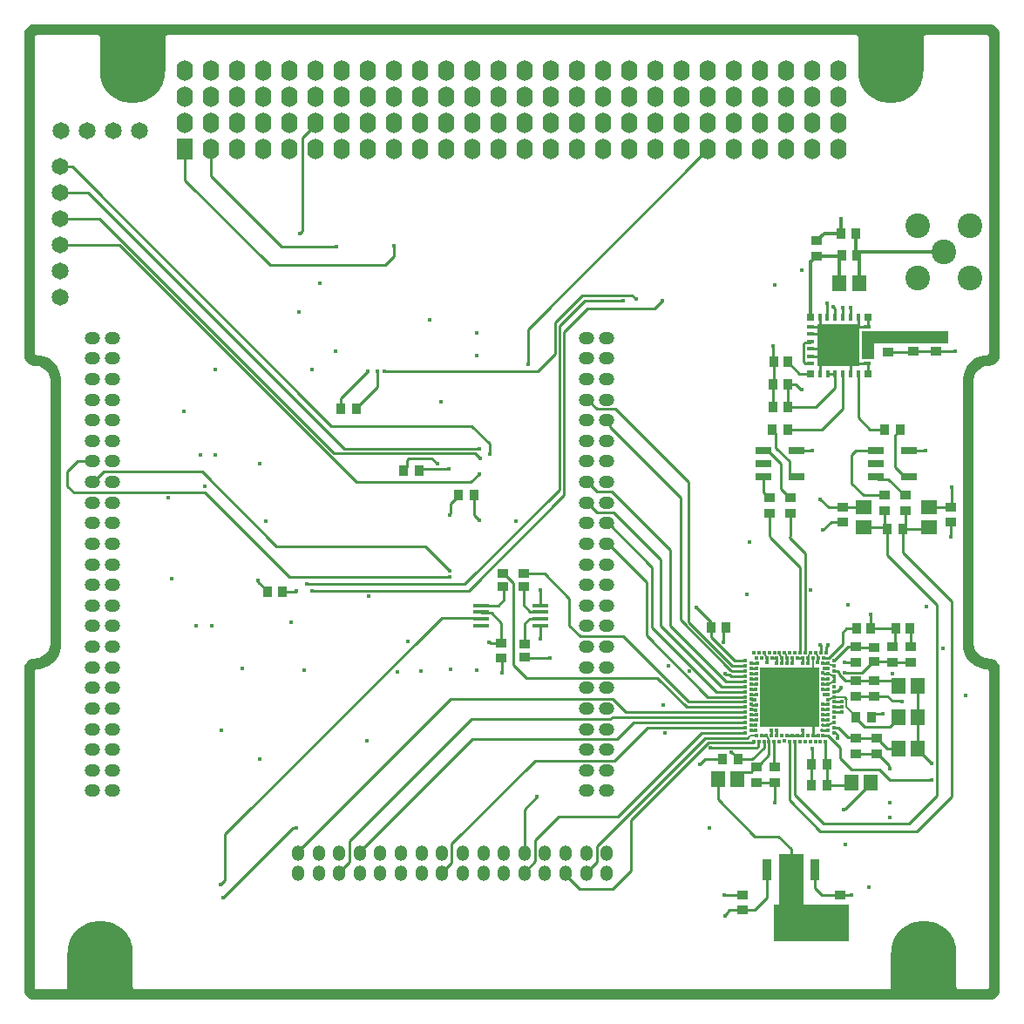
<source format=gtl>
G04*
G04 #@! TF.GenerationSoftware,Altium Limited,Altium Designer,21.0.8 (223)*
G04*
G04 Layer_Physical_Order=1*
G04 Layer_Color=255*
%FSLAX25Y25*%
%MOIN*%
G70*
G04*
G04 #@! TF.SameCoordinates,8C76C3ED-8D82-4A5C-AC10-AB376F5EDEF7*
G04*
G04*
G04 #@! TF.FilePolarity,Positive*
G04*
G01*
G75*
%ADD10C,0.00787*%
%ADD13C,0.01000*%
%ADD15C,0.00800*%
%ADD16R,0.03740X0.04134*%
%ADD17R,0.12795X0.08465*%
%ADD18R,0.04134X0.03740*%
%ADD19R,0.03740X0.08465*%
%ADD20R,0.06496X0.02992*%
%ADD21R,0.01575X0.03150*%
%ADD22R,0.02953X0.03150*%
%ADD23R,0.03150X0.01575*%
%ADD24R,0.03445X0.03445*%
%ADD25R,0.01170X0.01170*%
%ADD26R,0.01170X0.01770*%
%ADD27R,0.01770X0.01170*%
%ADD28R,0.01170X0.01170*%
%ADD29R,0.01170X0.01770*%
%ADD30R,0.22835X0.22835*%
%ADD31R,0.05472X0.06181*%
G04:AMPARAMS|DCode=32|XSize=61.81mil|YSize=16.14mil|CornerRadius=2.02mil|HoleSize=0mil|Usage=FLASHONLY|Rotation=180.000|XOffset=0mil|YOffset=0mil|HoleType=Round|Shape=RoundedRectangle|*
%AMROUNDEDRECTD32*
21,1,0.06181,0.01211,0,0,180.0*
21,1,0.05778,0.01614,0,0,180.0*
1,1,0.00404,-0.02889,0.00605*
1,1,0.00404,0.02889,0.00605*
1,1,0.00404,0.02889,-0.00605*
1,1,0.00404,-0.02889,-0.00605*
%
%ADD32ROUNDEDRECTD32*%
%ADD33R,0.06181X0.05472*%
%ADD60C,0.00600*%
%ADD61C,0.01200*%
%ADD62C,0.00591*%
%ADD63C,0.01500*%
%ADD64R,0.29000X0.14000*%
%ADD65R,0.09500X0.32500*%
%ADD66R,0.04500X0.11000*%
%ADD67R,0.33000X0.05000*%
%ADD68R,0.16000X0.16000*%
%ADD69C,0.25000*%
%ADD70O,0.05906X0.04921*%
%ADD71O,0.04921X0.05906*%
%ADD72O,0.06299X0.07874*%
%ADD73R,0.06299X0.07874*%
%ADD74C,0.09449*%
%ADD75C,0.06496*%
%ADD76C,0.01500*%
%ADD77C,0.01575*%
%ADD78C,0.01400*%
G36*
X471167Y473846D02*
X471895Y473545D01*
X472550Y473107D01*
X473107Y472550D01*
X473545Y471895D01*
X473846Y471167D01*
X474000Y470394D01*
Y470000D01*
Y347500D01*
X474000Y347500D01*
X474000Y347106D01*
X473846Y346333D01*
X473545Y345605D01*
X473107Y344950D01*
X472550Y344393D01*
X471895Y343955D01*
X471167Y343654D01*
X470394Y343500D01*
X470000Y343500D01*
Y343500D01*
X469412Y343471D01*
X468258Y343242D01*
X467171Y342792D01*
X466193Y342138D01*
X465362Y341306D01*
X464708Y340328D01*
X464258Y339242D01*
X464029Y338088D01*
X464000Y337500D01*
X464000Y237500D01*
Y237500D01*
X464029Y236912D01*
X464258Y235758D01*
X464708Y234671D01*
X465362Y233693D01*
X466193Y232862D01*
X467171Y232208D01*
X468258Y231758D01*
X469412Y231529D01*
X470000Y231500D01*
Y231500D01*
X470394Y231500D01*
X471167Y231346D01*
X471895Y231045D01*
X472550Y230607D01*
X473107Y230050D01*
X473545Y229395D01*
X473846Y228667D01*
X474000Y227894D01*
X474000Y227500D01*
X474000Y105000D01*
Y104606D01*
X473846Y103833D01*
X473545Y103105D01*
X473107Y102450D01*
X472550Y101893D01*
X471895Y101455D01*
X471167Y101154D01*
X470394Y101000D01*
X470000D01*
X468000Y101000D01*
Y101000D01*
X106000Y101000D01*
Y105000D01*
X468000Y105000D01*
X469000D01*
X469195Y105019D01*
X469556Y105168D01*
X469832Y105444D01*
X469981Y105805D01*
X470000Y106000D01*
X470000Y226500D01*
X469981Y226695D01*
X469832Y227056D01*
X469556Y227331D01*
X469195Y227481D01*
X469000Y227500D01*
X468114Y227500D01*
X466375Y227846D01*
X464737Y228524D01*
X463263Y229509D01*
X462009Y230763D01*
X461024Y232237D01*
X460346Y233875D01*
X460000Y235613D01*
X460000Y236500D01*
X460000Y337500D01*
X460000Y337500D01*
X459951Y338436D01*
X460219Y340290D01*
X460844Y342057D01*
X461802Y343667D01*
X463056Y345060D01*
X464557Y346182D01*
X466248Y346989D01*
X468064Y347450D01*
X469000Y347500D01*
X469195Y347519D01*
X469556Y347668D01*
X469831Y347944D01*
X469981Y348305D01*
X470000Y348500D01*
X470000Y469000D01*
X470000Y469000D01*
X469981Y469195D01*
X469831Y469556D01*
X469556Y469831D01*
X469195Y469981D01*
X469000Y470000D01*
Y470000D01*
X446000D01*
X445805Y469981D01*
X445444Y469832D01*
X445168Y469556D01*
X445019Y469195D01*
X445000Y469000D01*
Y456000D01*
X420000D01*
Y469000D01*
X419981Y469195D01*
X419832Y469556D01*
X419556Y469832D01*
X419195Y469981D01*
X419000Y470000D01*
X156000D01*
X155805Y469981D01*
X155444Y469832D01*
X155168Y469556D01*
X155019Y469195D01*
X155000Y469000D01*
Y456000D01*
X130000D01*
Y469000D01*
X129981Y469195D01*
X129832Y469556D01*
X129556Y469832D01*
X129195Y469981D01*
X129000Y470000D01*
X106000D01*
X106000Y470000D01*
X105805Y469981D01*
X105444Y469831D01*
X105168Y469556D01*
X105019Y469195D01*
X105000Y469000D01*
Y348500D01*
Y348500D01*
X105019Y348305D01*
X105168Y347944D01*
X105444Y347668D01*
X105805Y347519D01*
X106000Y347500D01*
X106000Y347500D01*
X106936Y347451D01*
X108752Y346989D01*
X110443Y346182D01*
X111944Y345060D01*
X113198Y343668D01*
X114156Y342057D01*
X114781Y340290D01*
X115049Y338436D01*
X115000Y337500D01*
X115000Y236500D01*
X115000Y236500D01*
X115000Y235614D01*
X114654Y233875D01*
X113976Y232237D01*
X112991Y230763D01*
X111737Y229509D01*
X110263Y228524D01*
X108625Y227846D01*
X106886Y227500D01*
X106000D01*
X105805Y227481D01*
X105444Y227331D01*
X105168Y227056D01*
X105019Y226695D01*
X105000Y226500D01*
X105000Y106000D01*
X105019Y105805D01*
X105168Y105444D01*
X105444Y105168D01*
X105805Y105019D01*
X106000Y105000D01*
X106000Y101000D01*
X105000Y101000D01*
X104606D01*
X103833Y101154D01*
X103105Y101455D01*
X102450Y101893D01*
X101893Y102450D01*
X101455Y103105D01*
X101154Y103833D01*
X101000Y104606D01*
Y105000D01*
Y227500D01*
X101000Y227894D01*
X101154Y228667D01*
X101455Y229395D01*
X101893Y230050D01*
X102450Y230607D01*
X103105Y231045D01*
X103833Y231346D01*
X104606Y231500D01*
X105000Y231500D01*
X105588Y231529D01*
X106742Y231758D01*
X107828Y232208D01*
X108807Y232862D01*
X109638Y233693D01*
X110292Y234671D01*
X110742Y235758D01*
X110971Y236912D01*
X111000Y237500D01*
X111000Y337500D01*
X111000Y337500D01*
X110971Y338088D01*
X110742Y339242D01*
X110292Y340328D01*
X109638Y341306D01*
X108807Y342138D01*
X107828Y342792D01*
X106742Y343242D01*
X105588Y343471D01*
X105000Y343500D01*
X104606Y343500D01*
X103833Y343654D01*
X103105Y343955D01*
X102450Y344393D01*
X101893Y344950D01*
X101455Y345605D01*
X101154Y346333D01*
X101000Y347106D01*
X101000Y347500D01*
Y470000D01*
Y470394D01*
X101154Y471167D01*
X101455Y471895D01*
X101893Y472550D01*
X102450Y473107D01*
X103105Y473545D01*
X103833Y473846D01*
X104606Y474000D01*
X470394D01*
X471167Y473846D01*
D02*
G37*
G36*
X457500Y106000D02*
X457519Y105805D01*
X457668Y105444D01*
X457944Y105168D01*
X458305Y105019D01*
X458500Y105000D01*
X431500D01*
X431695Y105019D01*
X432056Y105168D01*
X432332Y105444D01*
X432481Y105805D01*
X432500Y106000D01*
Y119000D01*
X457500D01*
Y106000D01*
D02*
G37*
G36*
X142500D02*
X142519Y105805D01*
X142668Y105444D01*
X142944Y105168D01*
X143305Y105019D01*
X143500Y105000D01*
X116500D01*
X116695Y105019D01*
X117056Y105168D01*
X117332Y105444D01*
X117481Y105805D01*
X117500Y106000D01*
Y119000D01*
X142500D01*
Y106000D01*
D02*
G37*
D10*
X408360Y221730D02*
X408471Y221776D01*
X410739Y206964D02*
X410758Y206972D01*
D13*
X380970Y217727D02*
X381053Y217645D01*
X378970Y217810D02*
X379053Y217727D01*
X380970D01*
X378970Y215840D02*
X379014Y215796D01*
X380418D02*
X380462Y215752D01*
X379014Y215796D02*
X380418D01*
X380964Y213819D02*
X381015Y213768D01*
X379021Y213819D02*
X380964D01*
X378970Y213870D02*
X379021Y213819D01*
X380570Y211869D02*
X380611Y211827D01*
X379012Y211869D02*
X380570D01*
X378970Y211910D02*
X379012Y211869D01*
X379000Y209910D02*
X380985D01*
X381015Y209880D01*
X378970Y209940D02*
X379000Y209910D01*
X380979Y207934D02*
X381015Y207897D01*
X379006Y207934D02*
X380979D01*
X378970Y207970D02*
X379006Y207934D01*
X378970Y206000D02*
X379004Y205966D01*
X380717D01*
X380751Y205933D01*
X379009Y203991D02*
X380800D01*
X378970Y204030D02*
X379009Y203991D01*
X380800D02*
X380839Y203952D01*
X378970Y219780D02*
X378982Y219792D01*
X380821D02*
X380833Y219804D01*
X378982Y219792D02*
X380821D01*
X378970Y221750D02*
X378985Y221765D01*
X380990D02*
X381005Y221780D01*
X378985Y221765D02*
X380990D01*
X406337Y206021D02*
X406358Y206000D01*
X408470D01*
X406041Y203865D02*
X406114Y203938D01*
X408418D01*
X408470Y206000D02*
X408490Y205980D01*
X406425Y208001D02*
X406450Y207976D01*
X408464D01*
X408490Y207950D01*
X408438Y209962D02*
X408490Y209910D01*
X406425Y210014D02*
X406477Y209962D01*
X408438D01*
X408442Y211948D02*
X408490Y211900D01*
X406425Y211996D02*
X406473Y211948D01*
X408442D01*
X406453Y221724D02*
X408405D01*
Y221730D01*
X406447Y221718D02*
X406453Y221724D01*
X406483Y219736D02*
X406495Y219748D01*
X408478D01*
X408490Y219760D01*
X407220Y227696D02*
X408424D01*
X407154Y227762D02*
X407220Y227696D01*
X408424D02*
X408490Y227630D01*
X394770Y229836D02*
X394819Y229787D01*
X394770Y229836D02*
Y231540D01*
X394720Y231590D02*
X394770Y231540D01*
X392793Y229783D02*
Y231557D01*
X392760Y231590D02*
X392793Y231557D01*
Y229783D02*
X392826Y229750D01*
X390774Y229728D02*
X390782Y229736D01*
Y231582D02*
X390790Y231590D01*
X390782Y229736D02*
Y231582D01*
X388778Y229814D02*
Y231558D01*
X388678Y229714D02*
X388778Y229814D01*
Y231558D02*
X388810Y231590D01*
X380809Y227696D02*
X380855Y227742D01*
X379016Y227696D02*
X380809D01*
X378970Y227650D02*
X379016Y227696D01*
X381209Y229630D02*
X381297Y229718D01*
X379055Y229630D02*
X381209D01*
X378970Y229620D02*
X379045D01*
X379055Y229630D01*
X378970Y223720D02*
X378988Y223738D01*
X380828D01*
X380846Y223756D01*
X408418Y203938D02*
X408490Y204010D01*
X408419Y213931D02*
X408490Y213860D01*
X406445Y214002D02*
X406516Y213931D01*
X408419D01*
X406964Y217769D02*
X408459D01*
X406933Y217737D02*
X406964Y217769D01*
X406425Y225919D02*
X406580D01*
X406734Y225765D01*
X408405D01*
X408490Y225680D01*
X406500Y223912D02*
Y224000D01*
Y223912D02*
X406712Y223700D01*
X408490D01*
X406356Y229710D02*
X406411Y229655D01*
X404357Y230054D02*
X404485Y230182D01*
Y231505D01*
X408435Y229655D02*
X408490Y229600D01*
X404357Y229899D02*
Y230054D01*
X406411Y229655D02*
X408435D01*
X404485Y231505D02*
X404570Y231590D01*
X408459Y217769D02*
X408490Y217800D01*
X410440Y228610D02*
X410740D01*
Y222710D02*
Y224680D01*
X382860Y202080D02*
X384810D01*
X388441Y311946D02*
Y317704D01*
Y311946D02*
X393512Y306875D01*
X387146Y319000D02*
X388441Y317704D01*
X393512Y301996D02*
Y306875D01*
X127418Y298970D02*
X131393Y302945D01*
X169055D01*
X197500Y274500D01*
X177743Y164182D02*
X260562Y247000D01*
X275421D01*
X177743Y148890D02*
Y164182D01*
X406744Y168256D02*
X439256D01*
X395640Y179360D02*
X406744Y168256D01*
X439256D02*
X450013Y179013D01*
X455534Y178533D02*
Y253467D01*
X442500Y165500D02*
X455534Y178533D01*
X436854Y272146D02*
X455534Y253467D01*
X448016Y191572D02*
X448126Y191462D01*
X450013Y179013D02*
Y251987D01*
X431146Y270854D02*
X450013Y251987D01*
X447833Y191572D02*
X448016D01*
X406625Y231675D02*
X408708D01*
X414000Y236966D02*
Y241500D01*
X408708Y231675D02*
X414000Y236966D01*
X412725Y225247D02*
Y225967D01*
X410825Y226565D02*
X412127D01*
X412725Y225967D01*
Y225247D02*
X415118Y222854D01*
X412371Y204925D02*
X416019Y201278D01*
X410825Y204925D02*
X412371D01*
X416019Y201278D02*
X418577D01*
X419000Y200854D01*
X413000Y193500D02*
Y197334D01*
X406555Y201995D02*
X408339D01*
X413000Y197334D01*
X411040Y203130D02*
X411994Y202176D01*
Y201220D02*
X412104Y201110D01*
X411994Y201220D02*
Y202176D01*
X371291Y195613D02*
X371439D01*
X373854Y193197D01*
X315902Y149756D02*
X319848Y153702D01*
Y159585D02*
X361263Y201000D01*
X319848Y153702D02*
Y159585D01*
X305479Y171000D02*
X328044D01*
X360104Y203060D02*
X376720D01*
X328044Y171000D02*
X360104Y203060D01*
X361263Y201000D02*
X377544D01*
X296370Y153845D02*
Y161890D01*
X292280Y149756D02*
X296370Y153845D01*
Y161890D02*
X305479Y171000D01*
X333000Y150500D02*
Y169669D01*
X362718Y199387D01*
X378194D01*
X378252Y199445D02*
X379805D01*
X379890Y199530D02*
Y199830D01*
X378194Y199387D02*
X378252Y199445D01*
X379805D02*
X379890Y199530D01*
X260784Y149756D02*
X264482Y153453D01*
Y160799D02*
X296183Y192500D01*
X264482Y153453D02*
Y160799D01*
X296183Y192500D02*
X326731D01*
X225180Y153521D02*
Y161681D01*
X271978Y208480D01*
X221414Y149756D02*
X225180Y153521D01*
X271978Y208480D02*
X325287D01*
X339261Y205030D02*
X376720D01*
X326731Y192500D02*
X339261Y205030D01*
X272435Y200777D02*
X327777D01*
X333980Y206980D01*
X229288Y157630D02*
X272435Y200777D01*
X333980Y206980D02*
X376720D01*
X331080Y210920D02*
X376720D01*
X326000Y216000D02*
X331080Y210920D01*
X264036Y216000D02*
X326000D01*
X205666Y157630D02*
X264036Y216000D01*
X309500Y244020D02*
Y254500D01*
Y244020D02*
X313561Y239959D01*
X330041D01*
X355140Y214860D01*
X344500Y244000D02*
Y269500D01*
X326499Y287501D02*
X344500Y269500D01*
X319990Y287501D02*
X326499D01*
X348000Y243935D02*
Y273000D01*
X325625Y295375D02*
X348000Y273000D01*
X319990Y295375D02*
X325625D01*
X323776Y322592D02*
X325019Y321350D01*
X352000Y246237D02*
Y293000D01*
X325019Y319981D02*
Y321350D01*
Y319981D02*
X352000Y293000D01*
Y246237D02*
X371112Y227125D01*
X327129Y326871D02*
X355000Y299000D01*
X319990Y326871D02*
X327129D01*
X371130Y227125D02*
X371585Y226670D01*
X355000Y245500D02*
Y299000D01*
X371112Y227125D02*
X371130D01*
X307500Y293879D02*
Y356500D01*
X316500Y365500D02*
X342000D01*
X307500Y356500D02*
X316500Y365500D01*
X305600Y296100D02*
Y358600D01*
X315500Y368500D02*
X330000D01*
X305600Y358600D02*
X315500Y368500D01*
X314500Y370500D02*
X333500D01*
X304000Y360000D02*
X314500Y370500D01*
X304000Y348000D02*
Y360000D01*
X269404Y259904D02*
X305600Y296100D01*
X414737Y226000D02*
X421461D01*
X414689Y225952D02*
X414737Y226000D01*
X176000Y145000D02*
Y145031D01*
X177602Y146633D01*
Y148748D01*
X177743Y148890D01*
X204803Y166615D02*
X204913Y166725D01*
X177000Y140000D02*
X203615Y166615D01*
X204803D01*
X369000Y133113D02*
Y133268D01*
X369926Y134194D02*
Y134539D01*
X369000Y133268D02*
X369926Y134194D01*
Y134539D02*
X370633Y135246D01*
X273000Y286341D02*
Y294000D01*
X454906Y289260D02*
X455500Y289854D01*
X197500Y274500D02*
X254340D01*
X263685Y265154D01*
X274889Y311620D02*
X274989Y311720D01*
X114600Y399700D02*
X129563D01*
X219263Y310000D02*
X273294D01*
X129563Y399700D02*
X219263Y310000D01*
X223436Y311620D02*
X274889D01*
X273294Y310000D02*
X275448Y307847D01*
X125356Y409700D02*
X223436Y311620D01*
X236000Y335343D02*
Y341000D01*
X297373Y341372D02*
X304000Y348000D01*
X238634Y341372D02*
X297373D01*
X222000Y331000D02*
X232500Y341500D01*
X359500Y191000D02*
X361500Y193000D01*
X369169Y225436D02*
X370556D01*
X369205Y222730D02*
X376720D01*
X370556Y225436D02*
X371292Y224700D01*
X369059Y225546D02*
X369169Y225436D01*
X348000Y243935D02*
X369205Y222730D01*
X371292Y224700D02*
X376720D01*
X339000Y240225D02*
Y260617D01*
Y240225D02*
X362395Y216830D01*
X376720D01*
X363646Y239759D02*
Y243500D01*
X368478Y237596D02*
Y242624D01*
X372709Y230695D02*
X376635D01*
X363646Y239759D02*
X372709Y230695D01*
X368478Y242624D02*
X369354Y243500D01*
X375600Y135246D02*
X380246D01*
X370633D02*
X375600D01*
X114600Y419700D02*
X119300D01*
X218500Y320500D02*
X272000D01*
X119300Y419700D02*
X218500Y320500D01*
X222000Y327000D02*
Y331000D01*
X227854Y327197D02*
X236000Y335343D01*
X227854Y327000D02*
Y327197D01*
X114600Y409700D02*
X125356D01*
X114600Y389700D02*
X137300D01*
X228000Y299000D01*
X271746D01*
X247295Y307295D02*
X248000Y308000D01*
X256791D02*
X258895Y305895D01*
X248000Y308000D02*
X256791D01*
X247295Y304733D02*
Y307295D01*
X246000Y303438D02*
X247295Y304733D01*
X252000Y304000D02*
X252047Y303953D01*
X263377D01*
X271746Y299000D02*
X274897Y302151D01*
X264000Y290657D02*
X267146Y293803D01*
Y294000D01*
X264000Y287000D02*
Y290657D01*
X273000Y286341D02*
X275093Y284248D01*
X194000Y257000D02*
Y257197D01*
X190487Y260710D02*
X194000Y257197D01*
X190487Y260710D02*
Y261343D01*
X190377Y261453D02*
X190487Y261343D01*
X199709Y257000D02*
X205000D01*
X279379Y237281D02*
X283427D01*
X278705Y237800D02*
X278860D01*
X279379Y237281D01*
X283427D02*
X283500Y237354D01*
X341073Y243490D02*
Y266418D01*
Y243490D02*
X357127Y227436D01*
Y227373D02*
X365700Y218800D01*
X357127Y227373D02*
Y227436D01*
X365700Y218800D02*
X376720D01*
X413146Y141000D02*
X417500D01*
X413000Y140854D02*
X413146Y141000D01*
X442760Y196646D02*
Y209000D01*
X394200Y150517D02*
Y158800D01*
X389500Y163500D02*
X394200Y158800D01*
X380500Y163500D02*
X389500D01*
X366240Y177760D02*
X380500Y163500D01*
X366240Y177760D02*
Y185500D01*
X375571Y140925D02*
X375600Y140954D01*
X368739Y140925D02*
X375571D01*
X403255Y143745D02*
X406146Y140854D01*
X413000D01*
X403255Y143745D02*
Y150517D01*
X385000Y140000D02*
Y150372D01*
X385145Y150517D01*
X380246Y135246D02*
X385000Y140000D01*
X442760Y196646D02*
X447833Y191572D01*
X413353Y394193D02*
X413446Y394100D01*
X207500Y430513D02*
X212500Y435513D01*
X206500Y394000D02*
X207500Y395000D01*
Y430513D01*
X449800Y348900D02*
X449900Y349000D01*
X457000D01*
X440900Y348900D02*
X449800D01*
X431500Y348800D02*
X440800D01*
X440900Y348900D01*
X408155Y362180D02*
X408172Y362163D01*
X408138Y367263D02*
X408155Y367246D01*
Y362180D02*
Y367246D01*
X410503Y366014D02*
Y366170D01*
X411165Y362203D02*
Y365353D01*
X410503Y366014D02*
X411165Y365353D01*
X333500Y370500D02*
X335000Y369000D01*
X342000Y365500D02*
X345000Y368500D01*
X402570Y231570D02*
X402590Y231590D01*
X400600Y229600D02*
X400633Y229633D01*
Y231577D01*
X400620Y231590D02*
X400633Y231577D01*
X373854Y193000D02*
Y193197D01*
X363500Y197500D02*
X381199D01*
X381785Y198086D02*
Y199745D01*
X381870Y199830D01*
X381199Y197500D02*
X381785Y198086D01*
X431780Y189366D02*
Y190562D01*
Y189366D02*
X431890Y189256D01*
X427000Y195146D02*
X427197D01*
X431780Y190562D01*
X410740Y203130D02*
X411040D01*
X407510Y235693D02*
X408405Y236589D01*
X407510Y233830D02*
Y235693D01*
X405519Y233851D02*
X405540Y233830D01*
X405498Y236632D02*
X405519Y236611D01*
Y233851D02*
Y236611D01*
X398616Y229782D02*
Y231546D01*
X398660Y231590D01*
X398573Y229739D02*
X398616Y229782D01*
X209096Y259904D02*
X269404D01*
X405056Y355604D02*
X406689Y357237D01*
X401768Y355604D02*
X405056D01*
X401768Y347041D02*
X405031D01*
X406646Y345426D01*
X406156Y349896D02*
X406689Y349363D01*
X401768Y349896D02*
X406156D01*
X401768Y358459D02*
X405000D01*
X405219Y358678D01*
Y358707D01*
Y362163D01*
Y358707D02*
X406689Y357237D01*
X419722Y358458D02*
X419979Y358716D01*
X418500Y357237D02*
X419722Y358458D01*
X419979Y358716D02*
Y362161D01*
X423420Y358458D02*
X423520Y358559D01*
Y362161D01*
X419722Y358458D02*
X423420D01*
X418500Y345426D02*
X419735Y344191D01*
X423418D01*
X423521Y344088D01*
Y340489D02*
Y344088D01*
X417027Y343953D02*
X418500Y345426D01*
X417027Y340489D02*
Y343953D01*
X405220Y344000D02*
X406646Y345426D01*
X405220Y340491D02*
Y344000D01*
X358000Y251000D02*
X363646Y245354D01*
X414000Y289354D02*
X421906D01*
X408646D02*
X414000D01*
X363646Y243500D02*
Y245354D01*
X432047Y184953D02*
X447877D01*
X428000Y189000D02*
X432047Y184953D01*
X417500Y189000D02*
X428000D01*
X413000Y193500D02*
X417500Y189000D01*
X406470Y202080D02*
X406555Y201995D01*
X415062Y173948D02*
X424760Y183646D01*
X414553Y173948D02*
X415062D01*
X414443Y173838D02*
X414553Y173948D01*
X211153Y257426D02*
X271047D01*
X413629Y214934D02*
X413713Y215017D01*
X410824Y214934D02*
X413629D01*
X410740Y214850D02*
X410824Y214934D01*
X414690Y216810D02*
X415500Y216000D01*
X435240Y209000D02*
Y209354D01*
Y208646D02*
Y209000D01*
X432094Y205500D02*
X435240Y208646D01*
X422449Y205500D02*
X432094D01*
X419146Y208803D02*
X422449Y205500D01*
X419146Y208803D02*
Y209000D01*
X424854D02*
X426190Y210336D01*
X429084D01*
X429208Y210212D01*
X413671Y212901D02*
X413713Y212942D01*
X410740Y212860D02*
X410781Y212901D01*
X413671D01*
X410740Y210910D02*
X410761Y210889D01*
X413639D02*
X413659Y210868D01*
X410761Y210889D02*
X413639D01*
X419146Y209000D02*
Y209197D01*
X413344Y220213D02*
X413500D01*
X411997Y218865D02*
X413344Y220213D01*
X410805Y218865D02*
X411997D01*
X410720Y218780D02*
X410805Y218865D01*
X410740Y205010D02*
X410825Y204925D01*
X419000Y200854D02*
X427000D01*
X361500Y193000D02*
X368146D01*
X388000Y176500D02*
Y184146D01*
X373760Y185500D02*
Y185854D01*
X375996Y188091D01*
X379039D01*
X380803Y189854D01*
X381000D01*
Y184146D02*
X388000D01*
X387770Y190084D02*
X388000Y189854D01*
X387770Y190084D02*
Y199830D01*
X385810Y194664D02*
Y199830D01*
X381000Y189854D02*
X381197D01*
X382567Y191224D01*
Y191421D01*
X385810Y194664D01*
X379500Y193000D02*
X383840Y197340D01*
Y199830D01*
X373854Y193000D02*
X379500D01*
X402540Y202080D02*
X404510D01*
X402540D02*
Y205960D01*
X402500Y206000D02*
X402540Y205960D01*
X403222Y226000D02*
X403500D01*
X430000Y281740D02*
X430406D01*
X422000D02*
X430000D01*
X386840Y231590D02*
X388810D01*
X378970Y225690D02*
X378995Y225715D01*
X388753Y202087D02*
X388760Y202080D01*
X398401Y204034D02*
X398568Y203867D01*
X394670Y202080D02*
X396640D01*
X388700Y203800D02*
X388753Y203747D01*
X386619Y203934D02*
X386705Y203848D01*
X388753Y202087D02*
Y203747D01*
X392690Y202080D02*
X394670D01*
X380785Y225715D02*
X380800Y225700D01*
X396640Y202080D02*
X398590D01*
X378995Y225715D02*
X380785D01*
X384858Y230058D02*
Y231578D01*
X396690Y231590D02*
X398660D01*
X386705Y202165D02*
Y203848D01*
X384800Y230000D02*
X384858Y230058D01*
Y231578D02*
X384870Y231590D01*
X386705Y202165D02*
X386790Y202080D01*
X398568Y202102D02*
X398590Y202080D01*
X392668Y202102D02*
X392690Y202080D01*
X398568Y202102D02*
Y203867D01*
X455826Y289680D02*
Y297015D01*
X455500Y289354D02*
X455826Y289680D01*
X424760Y183646D02*
Y184000D01*
X405500Y292500D02*
X408646Y289354D01*
X376635Y230695D02*
X376720Y230610D01*
X371585Y226670D02*
X376720D01*
X355000Y245500D02*
X371775Y228725D01*
X376635D01*
X298397Y251936D02*
Y257781D01*
X298299Y251839D02*
X298397Y251936D01*
X283652Y226118D02*
Y231494D01*
X283500Y231646D02*
X283652Y231494D01*
X292500Y231842D02*
X292561Y231781D01*
X302152D01*
X393009Y336400D02*
X396100D01*
X398000Y334500D01*
X387500Y345197D02*
X387597Y345100D01*
X387500Y345197D02*
Y351000D01*
X387300Y336400D02*
X387400Y336300D01*
Y327600D02*
Y336300D01*
X387300Y336400D02*
X387597Y336697D01*
Y345100D01*
X408173Y340491D02*
X411126D01*
Y335126D02*
Y340491D01*
X403600Y327600D02*
X411126Y335126D01*
X393109Y327600D02*
X403600D01*
X393109D02*
Y336300D01*
X393009Y336400D02*
X393109Y336300D01*
X392912Y344903D02*
X397322Y340493D01*
X401671D01*
X392912Y344903D02*
Y345100D01*
X401671Y339670D02*
Y340493D01*
X399586Y352463D02*
X401480D01*
Y344474D02*
X401768Y344187D01*
X399000Y345060D02*
X399586Y344474D01*
X401480D01*
X399000Y351877D02*
X399586Y352463D01*
X399000Y345060D02*
Y351877D01*
X401480Y352463D02*
X401768Y352750D01*
X396260Y311000D02*
X402500D01*
X406500Y280630D02*
X409516Y283646D01*
X414000D01*
X439260Y311000D02*
X445689D01*
X455500Y278000D02*
Y283646D01*
X414500Y230000D02*
X414646Y230146D01*
X419000D01*
X424657Y243000D02*
Y248342D01*
X434000Y242657D02*
X434342Y243000D01*
X434000Y236854D02*
Y242657D01*
X433000Y235854D02*
X434000Y236854D01*
X433026Y215212D02*
X436708D01*
X426000Y217146D02*
X431093D01*
X433026Y215212D01*
X402208Y191062D02*
Y196712D01*
X402146Y191000D02*
X402208Y191062D01*
X411125Y362163D02*
X411165Y362203D01*
X414083Y365546D02*
X414089Y365552D01*
X414083Y362169D02*
Y365546D01*
X414077Y362163D02*
X414083Y362169D01*
X417016Y365585D02*
X417138Y365708D01*
X293508Y343992D02*
Y357308D01*
X271047Y257426D02*
X307500Y293879D01*
X202430Y262570D02*
X263674D01*
X293508Y357308D02*
X362500Y426300D01*
Y426300D01*
X278897Y309651D02*
Y313603D01*
X272000Y320500D02*
X278897Y313603D01*
X417016Y362171D02*
X417026Y362161D01*
X417016Y362171D02*
Y365585D01*
X326000Y143500D02*
X333000Y150500D01*
X292280Y173814D02*
X296989Y178523D01*
X292280Y157138D02*
Y173814D01*
X298299Y244161D02*
X298360Y244101D01*
Y239021D02*
Y244101D01*
X292500Y235972D02*
Y245000D01*
X292000Y264158D02*
X299843D01*
X309500Y254500D01*
X283500Y237354D02*
Y245000D01*
X276008Y248972D02*
X279528D01*
X283500Y245000D01*
X275701Y249279D02*
X276008Y248972D01*
X284197Y264158D02*
X288000Y260354D01*
Y229000D02*
Y260354D01*
X284000Y264158D02*
X284197D01*
X288000Y229000D02*
X293000Y224000D01*
X292500Y245000D02*
X294220Y246721D01*
X294500Y249500D02*
X298079D01*
X298299Y249279D01*
X292000Y252000D02*
X294500Y249500D01*
X292000Y252000D02*
Y258842D01*
X325757Y208950D02*
X376720D01*
X325287Y208480D02*
X325757Y208950D01*
X170000Y295000D02*
X202430Y262570D01*
X120000Y295000D02*
X170000D01*
X126926Y298970D02*
X127418D01*
X117500Y297500D02*
X120000Y295000D01*
X117500Y297500D02*
Y303000D01*
X121344Y306844D01*
X126926D01*
X355140Y214860D02*
X376720D01*
X354212Y212890D02*
X376720D01*
X293000Y224000D02*
X343102D01*
X354212Y212890D01*
X275421Y247000D02*
X275701Y246721D01*
X415118Y222854D02*
X419000D01*
X410740Y226650D02*
X410825Y226565D01*
X421461Y226000D02*
X425803Y230343D01*
X294220Y246721D02*
X298299D01*
X275701Y251839D02*
X282339D01*
X284343Y253842D02*
Y259000D01*
X282339Y251839D02*
X284343Y253842D01*
X308028Y148772D02*
X313300Y143500D01*
X308028Y148772D02*
Y149264D01*
X313300Y143500D02*
X326000D01*
X315902Y149264D02*
Y149756D01*
X239000Y382000D02*
X242500Y385500D01*
Y389500D01*
X195000Y382000D02*
X239000D01*
X172500Y416000D02*
X199348Y389152D01*
X220397D01*
X172500Y416000D02*
Y426300D01*
X162500Y414500D02*
X195000Y382000D01*
X162500Y414500D02*
Y426300D01*
X212500Y435513D02*
Y436300D01*
X393760Y277646D02*
X399640Y271765D01*
Y233830D02*
Y271765D01*
X393760Y277646D02*
Y278000D01*
X397670Y233830D02*
Y266216D01*
X386240Y277646D02*
Y278000D01*
Y277646D02*
X397670Y266216D01*
X436854Y272146D02*
Y281000D01*
X431146Y270854D02*
Y281000D01*
X395640Y179360D02*
Y199830D01*
X438224Y281000D02*
X446260D01*
X438000Y281224D02*
Y288146D01*
X446260Y281000D02*
X447000Y281740D01*
X438000Y281224D02*
X438224Y281000D01*
X405500Y165500D02*
X442500D01*
X393670Y177330D02*
X405500Y165500D01*
X393670Y177330D02*
Y199830D01*
X407440Y191414D02*
X407854Y191000D01*
Y183000D02*
Y191000D01*
Y183000D02*
X416240D01*
X407440Y191414D02*
Y199830D01*
X424657Y243000D02*
X434342D01*
X430000Y282146D02*
X430406Y281740D01*
X430573Y281573D01*
X447000Y289260D02*
X454906D01*
X421906Y289354D02*
X422000Y289260D01*
X430000Y282146D02*
Y288146D01*
X435854Y318803D02*
Y319000D01*
X434000Y304508D02*
Y316949D01*
Y304508D02*
X437508Y301000D01*
X434000Y316949D02*
X435854Y318803D01*
X437508Y301000D02*
X439260D01*
X431488Y300169D02*
X437803Y293854D01*
X426740Y301000D02*
X427571Y300169D01*
X431488D01*
X437803Y293854D02*
X438000D01*
X417500Y309500D02*
X419000Y311000D01*
X426740D01*
X417500Y298500D02*
Y309500D01*
Y298500D02*
X422146Y293854D01*
X430000D01*
X393760Y278000D02*
X394000Y278240D01*
Y287146D01*
X386000Y278240D02*
X386240Y278000D01*
X386000Y278240D02*
Y287146D01*
X390500Y296354D02*
Y305992D01*
X383740Y311000D02*
X385492D01*
X390500Y305992D01*
X392433Y294224D02*
Y294421D01*
X390500Y296354D02*
X392433Y294421D01*
X393803Y292854D02*
X394000D01*
X392433Y294224D02*
X393803Y292854D01*
X384433Y294224D02*
Y294421D01*
X383740Y295114D02*
X384433Y294421D01*
X385803Y292854D02*
X386000D01*
X384433Y294224D02*
X385803Y292854D01*
X383740Y295114D02*
Y301000D01*
X419980Y323520D02*
Y340489D01*
X424500Y319000D02*
X430146D01*
X419980Y323520D02*
X424500Y319000D01*
X392854D02*
X406000D01*
X414079Y327079D02*
Y340491D01*
X406000Y319000D02*
X414079Y327079D01*
X394508Y301000D02*
X396260D01*
X393512Y301996D02*
X394508Y301000D01*
X401671Y383460D02*
X403703Y385491D01*
X403900D01*
X419354Y385746D02*
X420509Y386900D01*
X419154Y385946D02*
X419354Y385746D01*
X403900Y391200D02*
X404097D01*
X412698Y384798D02*
X413391Y385491D01*
X413646Y385746D01*
X419354D02*
X420217Y384883D01*
X442760Y209000D02*
Y221000D01*
X425803Y230343D02*
X426000D01*
X416240Y183000D02*
X417240Y184000D01*
X402146Y183000D02*
Y191000D01*
X419000Y195146D02*
X427000D01*
X428567Y199437D02*
X431004Y197000D01*
X428567Y199437D02*
Y199484D01*
X427197Y200854D02*
X428567Y199484D01*
X427000Y200854D02*
X427197D01*
X431004Y197000D02*
X435240D01*
X419000Y217146D02*
X426000D01*
X433386Y222854D02*
X435240Y221000D01*
X426000Y222854D02*
X433386D01*
X433004Y211591D02*
X435240Y209354D01*
X419000Y222854D02*
X426000D01*
X440000Y235854D02*
Y242657D01*
X439657Y243000D02*
X440000Y242657D01*
X433000Y230146D02*
X440000D01*
X432803Y230343D02*
X433000Y230146D01*
X426000Y230343D02*
X432803D01*
X419000Y235854D02*
X419197Y235658D01*
X426000D01*
X411125Y230685D02*
Y230985D01*
X411040Y230600D02*
X411125Y230685D01*
X415994Y235854D02*
X419000D01*
X411125Y230985D02*
X415994Y235854D01*
X410740Y230600D02*
X411040D01*
X415500Y243000D02*
X419343D01*
X414000Y241500D02*
X415500Y243000D01*
X406540Y231590D02*
X406625Y231675D01*
X292280Y149264D02*
Y149756D01*
X260784Y149264D02*
Y149756D01*
X229288Y157138D02*
Y157630D01*
X221414Y149264D02*
Y149756D01*
X205666Y157138D02*
Y157630D01*
X323776Y275348D02*
X324269D01*
X339000Y260617D01*
X324269Y283222D02*
X341073Y266418D01*
X323776Y283222D02*
X324269D01*
X344500Y244000D02*
X367740Y220760D01*
X376720D01*
X316394Y291096D02*
X319990Y287501D01*
X315902Y291096D02*
X316394D01*
X315902Y298970D02*
X316394D01*
X319990Y295375D01*
X315902Y330466D02*
X316394D01*
X319990Y326871D01*
X376635Y228725D02*
X376720Y228640D01*
D15*
X402570Y227630D02*
Y231570D01*
X377544Y201000D02*
X378624Y202080D01*
X415500Y212842D02*
Y216000D01*
X410740Y216810D02*
X414690D01*
X415500Y212842D02*
X419146Y209197D01*
X378624Y202080D02*
X380890D01*
D16*
X194000Y257000D02*
D03*
X199709D02*
D03*
X246145Y303386D02*
D03*
X251853D02*
D03*
X227854Y327000D02*
D03*
X222146D02*
D03*
X267146Y294000D02*
D03*
X272854D02*
D03*
X435854Y319000D02*
D03*
X430146D02*
D03*
X392854D02*
D03*
X387146D02*
D03*
X368146Y193000D02*
D03*
X373854D02*
D03*
X369354Y243500D02*
D03*
X363646D02*
D03*
X392912Y345100D02*
D03*
X387597D02*
D03*
X387300Y336400D02*
D03*
X393009D02*
D03*
X387400Y327600D02*
D03*
X393109D02*
D03*
X402146Y183000D02*
D03*
X407854D02*
D03*
X402146Y191000D02*
D03*
X407854D02*
D03*
X424854Y209000D02*
D03*
X419146D02*
D03*
X439657Y243000D02*
D03*
X434342D02*
D03*
X419343D02*
D03*
X424657D02*
D03*
X419354Y385746D02*
D03*
X413646D02*
D03*
X419154Y394100D02*
D03*
X413446D02*
D03*
X431146Y281000D02*
D03*
X436854D02*
D03*
D17*
X394200Y127683D02*
D03*
D18*
X413000Y135146D02*
D03*
Y140854D02*
D03*
X375600Y135246D02*
D03*
Y140954D02*
D03*
X449800Y348900D02*
D03*
Y354609D02*
D03*
X292500Y231842D02*
D03*
Y237158D02*
D03*
X284000Y264158D02*
D03*
Y258842D02*
D03*
X292000Y264158D02*
D03*
Y258842D02*
D03*
X440900Y348900D02*
D03*
Y354609D02*
D03*
X431500Y348800D02*
D03*
Y354509D02*
D03*
X427000Y195146D02*
D03*
Y200854D02*
D03*
X381000Y184146D02*
D03*
Y189854D02*
D03*
X419000Y195146D02*
D03*
Y200854D02*
D03*
Y217146D02*
D03*
Y222854D02*
D03*
X426000Y217146D02*
D03*
Y222854D02*
D03*
X440000Y235854D02*
D03*
Y230146D02*
D03*
X426000Y230343D02*
D03*
Y235658D02*
D03*
X433000Y235854D02*
D03*
Y230146D02*
D03*
X283500Y237354D02*
D03*
Y231646D02*
D03*
X419000Y235854D02*
D03*
Y230146D02*
D03*
X403900Y385491D02*
D03*
Y391200D02*
D03*
X394000Y287146D02*
D03*
Y292854D02*
D03*
X414000Y289354D02*
D03*
Y283646D02*
D03*
X430000Y293854D02*
D03*
Y288146D02*
D03*
X455500Y283646D02*
D03*
Y289354D02*
D03*
X386000Y292854D02*
D03*
Y287146D02*
D03*
X438000Y288146D02*
D03*
Y293854D02*
D03*
X388000Y184146D02*
D03*
Y189854D02*
D03*
D19*
X385145Y150517D02*
D03*
X394200D02*
D03*
X403255D02*
D03*
D20*
X439260Y311000D02*
D03*
Y301000D02*
D03*
X426740D02*
D03*
Y306000D02*
D03*
Y311000D02*
D03*
X396260D02*
D03*
Y301000D02*
D03*
X383740D02*
D03*
Y306000D02*
D03*
Y311000D02*
D03*
D21*
X405219Y362163D02*
D03*
X408172D02*
D03*
X411125D02*
D03*
X414077D02*
D03*
X417026Y362161D02*
D03*
X419979D02*
D03*
X405220Y340491D02*
D03*
X408173D02*
D03*
X411126D02*
D03*
X414079D02*
D03*
X417027Y340489D02*
D03*
X419980D02*
D03*
D22*
X401671Y340493D02*
D03*
X401671Y362161D02*
D03*
X423520Y362161D02*
D03*
X423521Y340489D02*
D03*
D23*
X401768Y358459D02*
D03*
Y344187D02*
D03*
Y355604D02*
D03*
Y352750D02*
D03*
Y349896D02*
D03*
Y347041D02*
D03*
X423418Y349900D02*
D03*
Y352754D02*
D03*
Y355609D02*
D03*
Y344191D02*
D03*
X423420Y358458D02*
D03*
X423418Y347046D02*
D03*
D24*
X418500Y345426D02*
D03*
Y349363D02*
D03*
Y353300D02*
D03*
Y357237D02*
D03*
X406689Y345426D02*
D03*
Y349363D02*
D03*
Y353300D02*
D03*
Y357237D02*
D03*
X410626Y345426D02*
D03*
Y349363D02*
D03*
Y353300D02*
D03*
Y357237D02*
D03*
X414563Y349363D02*
D03*
Y353300D02*
D03*
Y357237D02*
D03*
Y345426D02*
D03*
D25*
X404570Y231590D02*
D03*
X406540D02*
D03*
X402590D02*
D03*
X400620D02*
D03*
X398660D02*
D03*
X396690D02*
D03*
X394720D02*
D03*
X392760D02*
D03*
X390790D02*
D03*
X388810D02*
D03*
X386840D02*
D03*
X384870D02*
D03*
X382920D02*
D03*
X380940D02*
D03*
X404510Y202080D02*
D03*
X406470D02*
D03*
X402540D02*
D03*
X400570D02*
D03*
X398590D02*
D03*
X396640D02*
D03*
X394670D02*
D03*
X392690D02*
D03*
X390720D02*
D03*
X388760D02*
D03*
X386790D02*
D03*
X384810D02*
D03*
X382860D02*
D03*
X380890D02*
D03*
D26*
X407510Y233830D02*
D03*
X405540D02*
D03*
X403590D02*
D03*
X401620D02*
D03*
X399640D02*
D03*
X397670D02*
D03*
X395710D02*
D03*
X393740D02*
D03*
X391770D02*
D03*
X389810D02*
D03*
X387840D02*
D03*
X385870D02*
D03*
X383890D02*
D03*
X381920D02*
D03*
X407440Y199830D02*
D03*
X405470D02*
D03*
X403520D02*
D03*
X401560D02*
D03*
X399590D02*
D03*
X397620D02*
D03*
X395640D02*
D03*
X393670D02*
D03*
X391710Y199840D02*
D03*
X389740Y199830D02*
D03*
X387770D02*
D03*
X385810D02*
D03*
X383840D02*
D03*
X381870D02*
D03*
X379890D02*
D03*
D27*
X410740Y230600D02*
D03*
Y228610D02*
D03*
Y226650D02*
D03*
Y224680D02*
D03*
Y222710D02*
D03*
Y220750D02*
D03*
X410720Y218780D02*
D03*
X410740Y216810D02*
D03*
Y214850D02*
D03*
Y212860D02*
D03*
Y210910D02*
D03*
Y208930D02*
D03*
Y206960D02*
D03*
Y205010D02*
D03*
Y203130D02*
D03*
X376720Y230610D02*
D03*
Y228640D02*
D03*
Y226670D02*
D03*
Y224700D02*
D03*
Y222730D02*
D03*
Y220760D02*
D03*
Y218800D02*
D03*
Y216830D02*
D03*
Y214860D02*
D03*
Y212890D02*
D03*
Y210920D02*
D03*
Y208950D02*
D03*
Y206980D02*
D03*
Y205030D02*
D03*
Y203060D02*
D03*
D28*
X408490Y229600D02*
D03*
Y227630D02*
D03*
Y225680D02*
D03*
Y223700D02*
D03*
Y221730D02*
D03*
Y219760D02*
D03*
Y217800D02*
D03*
Y215810D02*
D03*
Y213860D02*
D03*
Y211900D02*
D03*
Y209910D02*
D03*
Y207950D02*
D03*
Y204010D02*
D03*
Y205980D02*
D03*
X378970Y229620D02*
D03*
Y227650D02*
D03*
Y225690D02*
D03*
Y223720D02*
D03*
Y221750D02*
D03*
Y219780D02*
D03*
Y217810D02*
D03*
Y215840D02*
D03*
Y213870D02*
D03*
Y211910D02*
D03*
Y209940D02*
D03*
Y207970D02*
D03*
Y204030D02*
D03*
Y206000D02*
D03*
D29*
X379950Y233830D02*
D03*
D30*
X393720Y216830D02*
D03*
D31*
X424760Y184000D02*
D03*
X417240D02*
D03*
X373760Y185500D02*
D03*
X366240D02*
D03*
X435240Y197000D02*
D03*
X442760D02*
D03*
X435240Y209000D02*
D03*
X442760D02*
D03*
X435240Y221000D02*
D03*
X442760D02*
D03*
X412698Y375046D02*
D03*
X420217D02*
D03*
D32*
X275701Y244161D02*
D03*
Y246721D02*
D03*
Y249279D02*
D03*
Y251839D02*
D03*
X298299D02*
D03*
Y249279D02*
D03*
Y246721D02*
D03*
Y244161D02*
D03*
D33*
X447000Y289260D02*
D03*
Y281740D02*
D03*
X422000D02*
D03*
Y289260D02*
D03*
D60*
X389810Y233830D02*
X389943Y233245D01*
Y233139D02*
X390110Y232733D01*
X390537Y231695D02*
X390767Y231600D01*
X390790Y231590D01*
X389943Y233139D02*
Y233245D01*
X390110Y232733D02*
X390295Y232548D01*
Y232284D02*
Y232548D01*
Y232284D02*
X390537Y231695D01*
X392255Y232572D02*
X392782Y232045D01*
X391770Y233530D02*
X392255Y233045D01*
X391770Y233530D02*
Y233830D01*
X392255Y232572D02*
Y233045D01*
X408659Y229386D02*
X410316Y228704D01*
X409105Y225368D02*
X410155Y224936D01*
X408490Y225680D02*
X408775Y225473D01*
X408851D01*
X409105Y225368D01*
X410155Y224936D02*
X410740Y224680D01*
X409965Y216335D02*
X410440Y216810D01*
X409242Y216095D02*
X409482Y216335D01*
X408490Y215810D02*
X408775Y216095D01*
X410440Y216810D02*
X410740D01*
X408775Y216095D02*
X409242D01*
X409482Y216335D02*
X409965D01*
X385525Y200115D02*
Y200902D01*
X385305Y201122D02*
Y201585D01*
X384810Y202080D02*
X385305Y201585D01*
Y201122D02*
X385525Y200902D01*
Y200115D02*
X385810Y199830D01*
X408471Y221776D02*
X410740Y222710D01*
X408490Y206038D02*
X410739Y206964D01*
X403589Y233865D02*
X404523Y231596D01*
X383984Y233653D02*
X384919Y231384D01*
X400704Y231684D02*
X401386Y233341D01*
D61*
X413353Y394193D02*
Y399580D01*
X401671Y362161D02*
Y383460D01*
X420509Y386900D02*
X452742D01*
X419154Y385946D02*
Y394100D01*
X404097Y391200D02*
X406997Y394100D01*
X413446D01*
X403900Y385491D02*
X413391D01*
X420217Y375046D02*
Y384883D01*
X412698Y375046D02*
Y384798D01*
D62*
X383936Y233484D02*
X384180Y233240D01*
X383910Y233484D02*
X383936D01*
D63*
X432500Y465300D02*
Y470000D01*
Y456300D02*
Y465300D01*
X445000Y109800D02*
Y118800D01*
Y105000D02*
Y109800D01*
X130000D02*
Y118800D01*
Y105000D02*
Y109800D01*
D64*
X402000Y130500D02*
D03*
D65*
X394250Y140250D02*
D03*
D66*
X423750Y351500D02*
D03*
D67*
X438000Y354500D02*
D03*
D68*
X412500Y351500D02*
D03*
D69*
X445000Y118800D02*
D03*
X130000D02*
D03*
X432500Y456300D02*
D03*
X142500D02*
D03*
D70*
X134800Y267474D02*
D03*
X323776Y354088D02*
D03*
X315902D02*
D03*
X323776Y330466D02*
D03*
Y322592D02*
D03*
Y314718D02*
D03*
Y306844D02*
D03*
Y298970D02*
D03*
Y291096D02*
D03*
Y283222D02*
D03*
Y275348D02*
D03*
Y259600D02*
D03*
Y251726D02*
D03*
Y243852D02*
D03*
Y235978D02*
D03*
Y228104D02*
D03*
Y220230D02*
D03*
Y212356D02*
D03*
Y204482D02*
D03*
Y196608D02*
D03*
Y188734D02*
D03*
X315902D02*
D03*
Y196608D02*
D03*
Y204482D02*
D03*
Y212356D02*
D03*
Y220230D02*
D03*
Y228104D02*
D03*
Y235978D02*
D03*
Y243852D02*
D03*
Y251726D02*
D03*
Y259600D02*
D03*
Y267474D02*
D03*
Y275348D02*
D03*
Y283222D02*
D03*
Y291096D02*
D03*
Y298970D02*
D03*
Y306844D02*
D03*
Y314718D02*
D03*
Y322592D02*
D03*
Y330466D02*
D03*
Y346214D02*
D03*
Y338340D02*
D03*
X323776D02*
D03*
Y346214D02*
D03*
X134800D02*
D03*
Y338340D02*
D03*
X126926D02*
D03*
Y346214D02*
D03*
Y330466D02*
D03*
Y322592D02*
D03*
Y314718D02*
D03*
Y306844D02*
D03*
Y298970D02*
D03*
Y291096D02*
D03*
Y283222D02*
D03*
Y275348D02*
D03*
Y259600D02*
D03*
Y251726D02*
D03*
Y243852D02*
D03*
Y235978D02*
D03*
Y228104D02*
D03*
Y220230D02*
D03*
Y212356D02*
D03*
Y204482D02*
D03*
Y196608D02*
D03*
Y188734D02*
D03*
X134800D02*
D03*
Y196608D02*
D03*
Y204482D02*
D03*
Y212356D02*
D03*
Y220230D02*
D03*
Y228104D02*
D03*
Y235978D02*
D03*
Y243852D02*
D03*
Y251726D02*
D03*
Y259600D02*
D03*
Y275348D02*
D03*
Y283222D02*
D03*
Y291096D02*
D03*
Y298970D02*
D03*
Y306844D02*
D03*
Y314718D02*
D03*
Y322592D02*
D03*
Y330466D02*
D03*
X126926Y354088D02*
D03*
X134800D02*
D03*
X323776Y267474D02*
D03*
Y180860D02*
D03*
X315902D02*
D03*
X126926Y267474D02*
D03*
Y180860D02*
D03*
X134800D02*
D03*
D71*
X323776Y149264D02*
D03*
X315902D02*
D03*
X308028D02*
D03*
X300154D02*
D03*
X292280D02*
D03*
X284406D02*
D03*
X276532D02*
D03*
X268658D02*
D03*
X260784D02*
D03*
X252910D02*
D03*
X245036D02*
D03*
X237162D02*
D03*
X229288D02*
D03*
X221414D02*
D03*
X213540D02*
D03*
X205666D02*
D03*
Y157138D02*
D03*
X213540D02*
D03*
X221414D02*
D03*
X229288D02*
D03*
X237162D02*
D03*
X245036D02*
D03*
X252910D02*
D03*
X260784D02*
D03*
X268658D02*
D03*
X276532D02*
D03*
X284406D02*
D03*
X292280D02*
D03*
X300154D02*
D03*
X308028D02*
D03*
X315902D02*
D03*
X323776D02*
D03*
D72*
X412500Y456300D02*
D03*
X402500D02*
D03*
X392500D02*
D03*
X382500D02*
D03*
X372500D02*
D03*
X362500D02*
D03*
X352500D02*
D03*
X342500D02*
D03*
X332500D02*
D03*
X322500D02*
D03*
X312500D02*
D03*
X302500D02*
D03*
X292500D02*
D03*
X282500D02*
D03*
X272500D02*
D03*
X262500D02*
D03*
X252500D02*
D03*
X242500D02*
D03*
X232500D02*
D03*
X222500D02*
D03*
X212500D02*
D03*
X202500D02*
D03*
X192500D02*
D03*
X182500D02*
D03*
X172500D02*
D03*
X162500D02*
D03*
X412500Y446300D02*
D03*
X402500D02*
D03*
X392500D02*
D03*
X382500D02*
D03*
X372500D02*
D03*
X362500D02*
D03*
X352500D02*
D03*
X342500D02*
D03*
X332500D02*
D03*
X322500D02*
D03*
X312500D02*
D03*
X302500D02*
D03*
X292500D02*
D03*
X282500D02*
D03*
X272500D02*
D03*
X262500D02*
D03*
X252500D02*
D03*
X242500D02*
D03*
X232500D02*
D03*
X222500D02*
D03*
X212500D02*
D03*
X202500D02*
D03*
X192500D02*
D03*
X182500D02*
D03*
X172500D02*
D03*
X162500D02*
D03*
X412500Y436300D02*
D03*
X402500D02*
D03*
X392500D02*
D03*
X382500D02*
D03*
X372500D02*
D03*
X362500D02*
D03*
X352500D02*
D03*
X342500D02*
D03*
X332500D02*
D03*
X322500D02*
D03*
X312500D02*
D03*
X302500D02*
D03*
X292500D02*
D03*
X282500D02*
D03*
X272500D02*
D03*
X262500D02*
D03*
X252500D02*
D03*
X242500D02*
D03*
X232500D02*
D03*
X222500D02*
D03*
X212500D02*
D03*
X202500D02*
D03*
X192500D02*
D03*
X182500D02*
D03*
X172500D02*
D03*
X162500D02*
D03*
X412500Y426300D02*
D03*
X402500D02*
D03*
X392500D02*
D03*
X382500D02*
D03*
X372500D02*
D03*
X362500D02*
D03*
X352500D02*
D03*
X342500D02*
D03*
X332500D02*
D03*
X322500D02*
D03*
X312500D02*
D03*
X302500D02*
D03*
X292500D02*
D03*
X282500D02*
D03*
X272500D02*
D03*
X262500D02*
D03*
X252500D02*
D03*
X242500D02*
D03*
X232500D02*
D03*
X222500D02*
D03*
X212500D02*
D03*
X202500D02*
D03*
X192500D02*
D03*
X182500D02*
D03*
X172500D02*
D03*
D73*
X162500D02*
D03*
D74*
X462743Y396900D02*
D03*
X442742D02*
D03*
Y376900D02*
D03*
X462743D02*
D03*
X452742Y386900D02*
D03*
D75*
X114600Y419700D02*
D03*
Y409700D02*
D03*
Y389700D02*
D03*
Y379700D02*
D03*
Y369700D02*
D03*
Y399700D02*
D03*
X114900Y433300D02*
D03*
X144900D02*
D03*
X134900D02*
D03*
X124900D02*
D03*
D76*
X381053Y217645D02*
D03*
X407154Y227762D02*
D03*
D77*
X380462Y215752D02*
D03*
X381015Y213768D02*
D03*
X380611Y211827D02*
D03*
X381015Y209880D02*
D03*
Y207897D02*
D03*
X380751Y205933D02*
D03*
X380839Y203952D02*
D03*
X380833Y219804D02*
D03*
X381005Y221780D02*
D03*
X406425Y208001D02*
D03*
Y210014D02*
D03*
Y211996D02*
D03*
X406483Y219736D02*
D03*
X406447Y221718D02*
D03*
X394819Y229787D02*
D03*
X392826Y229750D02*
D03*
X390774Y229728D02*
D03*
X388678Y229714D02*
D03*
X396978Y143803D02*
D03*
X397004Y139781D02*
D03*
X391276Y139883D02*
D03*
X391378Y143625D02*
D03*
X398547Y204040D02*
D03*
X380855Y227742D02*
D03*
X381297Y229718D02*
D03*
X380846Y223756D02*
D03*
X406445Y214002D02*
D03*
X406933Y217737D02*
D03*
X406425Y225919D02*
D03*
X406447Y223740D02*
D03*
X404357Y229899D02*
D03*
X406356Y229710D02*
D03*
X384500Y219451D02*
D03*
X432000Y170787D02*
D03*
X448126Y191462D02*
D03*
X412104Y201110D02*
D03*
X371291Y195613D02*
D03*
X414689Y225952D02*
D03*
X176000Y145000D02*
D03*
X177000Y140000D02*
D03*
X396702Y133113D02*
D03*
X391702D02*
D03*
X369000D02*
D03*
X424000Y144000D02*
D03*
X346000Y203000D02*
D03*
X289000Y284000D02*
D03*
X263685Y265154D02*
D03*
X274989Y311720D02*
D03*
X232500Y341500D02*
D03*
X236000Y341378D02*
D03*
X238634Y341372D02*
D03*
X174000Y342000D02*
D03*
X359500Y191000D02*
D03*
X369059Y225546D02*
D03*
X355197Y226697D02*
D03*
X368478Y237596D02*
D03*
X156000Y293000D02*
D03*
X211000Y342000D02*
D03*
X220000Y349000D02*
D03*
X206000Y364000D02*
D03*
X274038Y347337D02*
D03*
X274000Y356000D02*
D03*
X162000Y326000D02*
D03*
X252747Y226687D02*
D03*
X274000Y227000D02*
D03*
X278705Y237800D02*
D03*
X243722Y226194D02*
D03*
X247588Y237998D02*
D03*
X263790Y286210D02*
D03*
X275448Y307847D02*
D03*
X260292Y329537D02*
D03*
X275093Y284248D02*
D03*
X263674Y262570D02*
D03*
X190377Y261453D02*
D03*
X278897Y309651D02*
D03*
X193377Y283953D02*
D03*
X274897Y302151D02*
D03*
X190981Y305848D02*
D03*
X206500Y394000D02*
D03*
X203169Y245325D02*
D03*
X205045Y257300D02*
D03*
X209096Y259904D02*
D03*
X211153Y257426D02*
D03*
X232728Y255210D02*
D03*
X258895Y305895D02*
D03*
X263377Y303953D02*
D03*
X172607Y243877D02*
D03*
X166682Y243861D02*
D03*
X168263Y309445D02*
D03*
X157500Y262000D02*
D03*
X170000Y297500D02*
D03*
X174000Y309500D02*
D03*
X176500Y204000D02*
D03*
X417500Y141000D02*
D03*
X452202Y235462D02*
D03*
X368739Y140925D02*
D03*
X413353Y399580D02*
D03*
X408138Y367263D02*
D03*
X410503Y366170D02*
D03*
X335000Y369000D02*
D03*
X330000Y368500D02*
D03*
X345000D02*
D03*
X457000Y349000D02*
D03*
X453540Y353549D02*
D03*
X453555Y355767D02*
D03*
X445431Y353468D02*
D03*
X445413Y355763D02*
D03*
X436039Y353450D02*
D03*
X436021Y355816D02*
D03*
X400647Y229740D02*
D03*
X408405Y236589D02*
D03*
X405498Y236632D02*
D03*
X398573Y229739D02*
D03*
X384500Y225951D02*
D03*
X400920Y215995D02*
D03*
X403500Y219500D02*
D03*
X403426Y207327D02*
D03*
X388263Y207296D02*
D03*
X391980Y207351D02*
D03*
X395863Y207323D02*
D03*
X399470D02*
D03*
X386500Y209951D02*
D03*
X390336Y209969D02*
D03*
X394054Y210024D02*
D03*
X397936Y209996D02*
D03*
X401544D02*
D03*
X403500Y213000D02*
D03*
X388336Y212969D02*
D03*
X392054Y213024D02*
D03*
X395936Y212996D02*
D03*
X399544D02*
D03*
X386500Y215951D02*
D03*
X390336Y215969D02*
D03*
X394054Y216024D02*
D03*
X397936Y215996D02*
D03*
X388336Y219469D02*
D03*
X392054Y219524D02*
D03*
X395936Y219496D02*
D03*
X399544D02*
D03*
X386500Y222451D02*
D03*
X390336Y222469D02*
D03*
X394054Y222524D02*
D03*
X397936Y222496D02*
D03*
X401544D02*
D03*
X399544Y225996D02*
D03*
X395936D02*
D03*
X392054Y226024D02*
D03*
X388336Y225969D02*
D03*
X403500Y226000D02*
D03*
X384500Y212951D02*
D03*
X384426Y207277D02*
D03*
X418623Y345370D02*
D03*
X414601Y345405D02*
D03*
X410664Y345473D02*
D03*
X406694Y345508D02*
D03*
X408602Y347381D02*
D03*
X412590Y347330D02*
D03*
X416560Y347347D02*
D03*
X418571Y349402D02*
D03*
X414618Y349324D02*
D03*
X410696Y349386D02*
D03*
X406679Y349355D02*
D03*
X408680Y351340D02*
D03*
X412571Y351324D02*
D03*
X416540Y351355D02*
D03*
X418462Y353387D02*
D03*
X414493Y353231D02*
D03*
X410649Y353246D02*
D03*
X406742D02*
D03*
X416602Y355324D02*
D03*
X412618Y355309D02*
D03*
X408680Y355239D02*
D03*
X418431Y357176D02*
D03*
X414599Y357199D02*
D03*
X410627Y357176D02*
D03*
X406644Y357187D02*
D03*
X447877Y184953D02*
D03*
X431890Y189256D02*
D03*
X431877Y176453D02*
D03*
X415000Y160500D02*
D03*
X414443Y173838D02*
D03*
X207877Y226953D02*
D03*
X204913Y166725D02*
D03*
X413713Y215017D02*
D03*
X429307Y210336D02*
D03*
X413713Y212942D02*
D03*
X413659Y210868D02*
D03*
X413500Y220213D02*
D03*
X345410Y213531D02*
D03*
X347410Y228531D02*
D03*
X358000Y251000D02*
D03*
X377500Y256000D02*
D03*
X384847Y229840D02*
D03*
X380847Y225740D02*
D03*
X388747Y203940D02*
D03*
X386619Y203934D02*
D03*
X363500Y197500D02*
D03*
X455826Y297015D02*
D03*
X405500Y292500D02*
D03*
X378500Y276000D02*
D03*
X232000Y200000D02*
D03*
X298397Y257781D02*
D03*
X283652Y226118D02*
D03*
X302152Y231781D02*
D03*
X398314Y334221D02*
D03*
X387500Y351000D02*
D03*
X398500Y380000D02*
D03*
X387867Y374212D02*
D03*
X401652Y257781D02*
D03*
X416052Y251881D02*
D03*
X445950Y251450D02*
D03*
X433152Y225781D02*
D03*
X461000Y217500D02*
D03*
X362870Y166786D02*
D03*
X214000Y375000D02*
D03*
X255902Y361031D02*
D03*
X264000Y227311D02*
D03*
X184307Y227781D02*
D03*
X402500Y311000D02*
D03*
X406500Y280630D02*
D03*
X445689Y311000D02*
D03*
X455462Y278020D02*
D03*
X402211Y196880D02*
D03*
X424693Y248489D02*
D03*
X414594Y229985D02*
D03*
X436727Y215135D02*
D03*
X388000Y176500D02*
D03*
X191000Y193000D02*
D03*
X414089Y365552D02*
D03*
X293508Y343992D02*
D03*
X417005Y365604D02*
D03*
X296989Y178523D02*
D03*
X298360Y239021D02*
D03*
X242500Y389500D02*
D03*
X220397Y389152D02*
D03*
D78*
X406041Y203865D02*
D03*
X406337Y206021D02*
D03*
M02*

</source>
